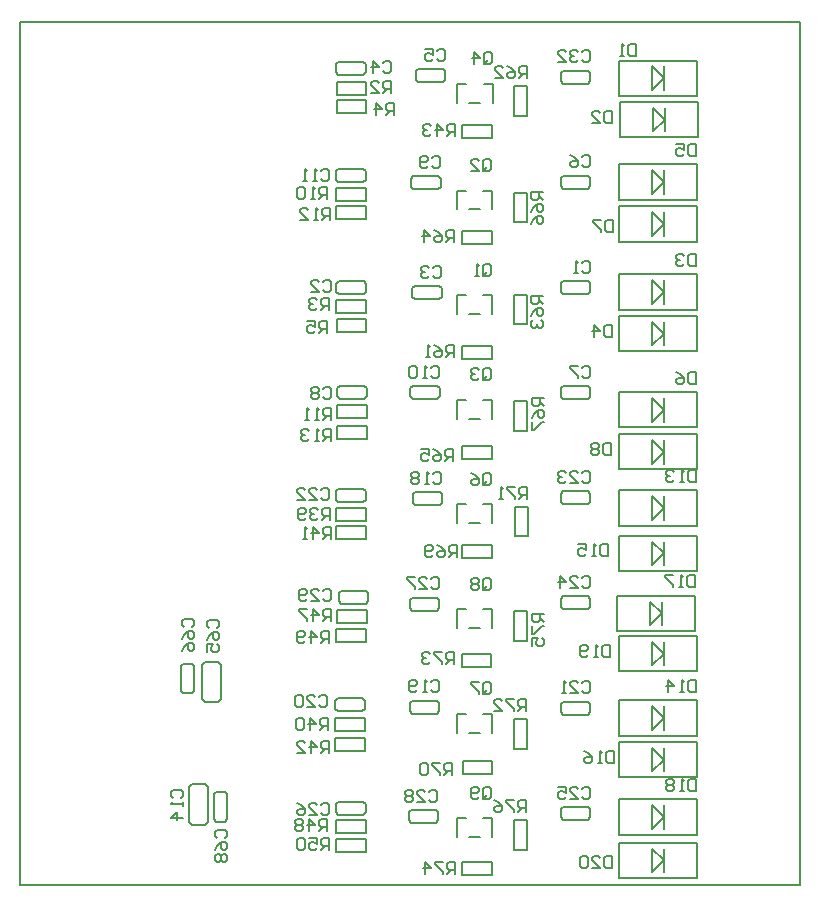
<source format=gbo>
%FSLAX25Y25*%
%MOIN*%
G70*
G01*
G75*
G04 Layer_Color=32896*
%ADD10C,0.01000*%
%ADD11C,0.00800*%
%ADD12C,0.02000*%
%ADD13R,0.02756X0.03347*%
%ADD14R,0.03937X0.05118*%
%ADD15R,0.07874X0.07874*%
%ADD16R,0.17323X0.17323*%
%ADD17R,0.03937X0.00787*%
%ADD18R,0.00787X0.03937*%
%ADD19O,0.02205X0.06870*%
%ADD20R,0.03347X0.02756*%
%ADD21R,0.01181X0.03937*%
%ADD22R,0.05315X0.02559*%
%ADD23R,0.05118X0.03937*%
%ADD24R,0.09543X0.14252*%
%ADD25R,0.03937X0.02362*%
%ADD26O,0.05500X0.02500*%
%ADD27R,0.05500X0.02500*%
%ADD28R,0.05906X0.02500*%
%ADD29C,0.00500*%
%ADD30C,0.09961*%
%ADD31R,0.05906X0.05906*%
%ADD32C,0.05906*%
%ADD33R,0.05906X0.05906*%
%ADD34O,0.03937X0.08268*%
%ADD35C,0.02638*%
%ADD36C,0.06496*%
%ADD37C,0.02000*%
%ADD38C,0.03000*%
%ADD39R,0.02362X0.03937*%
%ADD40R,0.07874X0.07874*%
%ADD41C,0.01181*%
%ADD42C,0.00700*%
%ADD43C,0.00787*%
%ADD44C,0.00600*%
%ADD45R,0.03556X0.04147*%
%ADD46R,0.04737X0.05918*%
%ADD47R,0.08674X0.08674*%
%ADD48R,0.17717X0.17717*%
%ADD49R,0.04331X0.01181*%
%ADD50R,0.01181X0.04331*%
%ADD51O,0.03005X0.07670*%
%ADD52R,0.04147X0.03556*%
%ADD53R,0.01981X0.04737*%
%ADD54R,0.06115X0.03359*%
%ADD55R,0.05918X0.04737*%
%ADD56R,0.10343X0.15052*%
%ADD57R,0.04737X0.03162*%
%ADD58O,0.06300X0.03300*%
%ADD59R,0.06300X0.03300*%
%ADD60R,0.06706X0.03300*%
%ADD61C,0.10761*%
%ADD62R,0.06706X0.06706*%
%ADD63C,0.06706*%
%ADD64R,0.06706X0.06706*%
%ADD65O,0.04737X0.09068*%
%ADD66C,0.03438*%
%ADD67C,0.06890*%
%ADD68R,0.03162X0.04737*%
%ADD69R,0.08674X0.08674*%
D29*
X-128281Y130865D02*
X-120013D01*
X-119226Y127322D02*
Y130078D01*
X-129069Y127322D02*
Y130078D01*
X-128281Y126535D02*
X-120013D01*
X-129069Y127322D02*
X-128281Y126535D01*
X-129069Y130078D02*
X-128281Y130865D01*
X-120013D02*
X-119226Y130078D01*
X-120013Y126535D02*
X-119226Y127322D01*
X-102532Y85540D02*
Y91839D01*
X-114342Y85540D02*
Y91839D01*
X-110209Y85540D02*
X-106665D01*
X-105484Y91839D02*
X-102532D01*
X-114342D02*
X-111390D01*
X-95065Y116126D02*
Y125969D01*
X-90735Y116126D02*
Y125969D01*
X-95065D02*
X-90735D01*
X-95065Y116126D02*
X-90735D01*
X-102532Y120426D02*
Y126725D01*
X-114342Y120426D02*
Y126725D01*
X-110209Y120426D02*
X-106665D01*
X-105484Y126725D02*
X-102532D01*
X-114342D02*
X-111390D01*
X-78881Y131137D02*
X-70613D01*
X-69826Y127594D02*
Y130349D01*
X-79668Y127594D02*
Y130349D01*
X-78881Y126806D02*
X-70613D01*
X-79668Y127594D02*
X-78881Y126806D01*
X-79668Y130349D02*
X-78881Y131137D01*
X-70613D02*
X-69826Y130349D01*
X-70613Y126806D02*
X-69826Y127594D01*
X-78881Y96080D02*
X-70613D01*
X-69826Y92536D02*
Y95292D01*
X-79668Y92536D02*
Y95292D01*
X-78881Y91749D02*
X-70613D01*
X-79668Y92536D02*
X-78881Y91749D01*
X-79668Y95292D02*
X-78881Y96080D01*
X-70613D02*
X-69826Y95292D01*
X-70613Y91749D02*
X-69826Y92536D01*
X-129181Y95665D02*
X-120913D01*
X-120126Y92122D02*
Y94878D01*
X-129969Y92122D02*
Y94878D01*
X-129181Y91335D02*
X-120913D01*
X-129969Y92122D02*
X-129181Y91335D01*
X-129969Y94878D02*
X-129181Y95665D01*
X-120913D02*
X-120126Y94878D01*
X-120913Y91335D02*
X-120126Y92122D01*
X-129581Y24965D02*
X-121313D01*
X-120526Y21422D02*
Y24178D01*
X-130368Y21422D02*
Y24178D01*
X-129581Y20635D02*
X-121313D01*
X-130368Y21422D02*
X-129581Y20635D01*
X-130368Y24178D02*
X-129581Y24965D01*
X-121313D02*
X-120526Y24178D01*
X-121313Y20635D02*
X-120526Y21422D01*
X-78881Y25965D02*
X-70613D01*
X-69826Y22422D02*
Y25178D01*
X-79668Y22422D02*
Y25178D01*
X-78881Y21635D02*
X-70613D01*
X-79668Y22422D02*
X-78881Y21635D01*
X-79668Y25178D02*
X-78881Y25965D01*
X-70613D02*
X-69826Y25178D01*
X-70613Y21635D02*
X-69826Y22422D01*
X-95365Y11626D02*
Y21468D01*
X-91035Y11626D02*
Y21468D01*
X-95365D02*
X-91035D01*
X-95365Y11626D02*
X-91035D01*
X-102532Y15768D02*
Y22068D01*
X-114342Y15768D02*
Y22068D01*
X-110209Y15768D02*
X-106665D01*
X-105484Y22068D02*
X-102532D01*
X-114342D02*
X-111390D01*
X-60318Y16694D02*
Y28506D01*
X-34334D01*
Y16694D02*
Y28506D01*
X-60318Y16694D02*
X-34334D01*
X-49294Y18663D02*
Y26537D01*
X-45357Y18663D02*
Y26537D01*
X-49294Y18663D02*
X-45357Y22600D01*
X-49294Y26537D02*
X-45357Y22600D01*
X-78881Y61023D02*
X-70613D01*
X-69826Y57479D02*
Y60235D01*
X-79668Y57479D02*
Y60235D01*
X-78881Y56692D02*
X-70613D01*
X-79668Y57479D02*
X-78881Y56692D01*
X-79668Y60235D02*
X-78881Y61023D01*
X-70613D02*
X-69826Y60235D01*
X-70613Y56692D02*
X-69826Y57479D01*
X-129181Y61365D02*
X-120913D01*
X-120126Y57822D02*
Y60578D01*
X-129969Y57822D02*
Y60578D01*
X-129181Y57035D02*
X-120913D01*
X-129969Y57822D02*
X-129181Y57035D01*
X-129969Y60578D02*
X-129181Y61365D01*
X-120913D02*
X-120126Y60578D01*
X-120913Y57035D02*
X-120126Y57822D01*
X-95265Y45326D02*
Y55168D01*
X-90935Y45326D02*
Y55168D01*
X-95265D02*
X-90935D01*
X-95265Y45326D02*
X-90935D01*
X-102532Y50654D02*
Y56953D01*
X-114342Y50654D02*
Y56953D01*
X-110209Y50654D02*
X-106665D01*
X-105484Y56953D02*
X-102532D01*
X-114342D02*
X-111390D01*
X-60318Y49595D02*
Y61405D01*
X-34334D01*
Y49595D02*
Y61405D01*
X-60318Y49595D02*
X-34334D01*
X-49294Y51563D02*
Y59437D01*
X-45357Y51563D02*
Y59437D01*
X-49294Y51563D02*
X-45357Y55500D01*
X-49294Y59437D02*
X-45357Y55500D01*
X-60318Y228294D02*
Y240106D01*
X-34334D01*
Y228294D02*
Y240106D01*
X-60318Y228294D02*
X-34334D01*
X-49294Y230263D02*
Y238137D01*
X-45357Y230263D02*
Y238137D01*
X-49294Y230263D02*
X-45357Y234200D01*
X-49294Y238137D02*
X-45357Y234200D01*
X-60318Y191694D02*
Y203505D01*
X-34334D01*
Y191694D02*
Y203505D01*
X-60318Y191694D02*
X-34334D01*
X-49294Y193663D02*
Y201537D01*
X-45357Y193663D02*
Y201537D01*
X-49294Y193663D02*
X-45357Y197600D01*
X-49294Y201537D02*
X-45357Y197600D01*
X-102431Y260668D02*
Y266968D01*
X-114242Y260668D02*
Y266968D01*
X-110109Y260668D02*
X-106565D01*
X-105384Y266968D02*
X-102431D01*
X-114242D02*
X-111290D01*
X-118913Y267535D02*
X-118126Y268322D01*
X-118913Y271865D02*
X-118126Y271078D01*
X-127969D02*
X-127181Y271865D01*
X-127969Y268322D02*
X-127181Y267535D01*
X-118913D01*
X-127969Y268322D02*
Y271078D01*
X-118126Y268322D02*
Y271078D01*
X-127181Y271865D02*
X-118913D01*
X-95165Y256226D02*
Y266069D01*
X-90835Y256226D02*
Y266069D01*
X-95165D02*
X-90835D01*
X-95165Y256226D02*
X-90835D01*
X-70613Y267035D02*
X-69826Y267822D01*
X-70613Y271365D02*
X-69826Y270578D01*
X-79668D02*
X-78881Y271365D01*
X-79668Y267822D02*
X-78881Y267035D01*
X-70613D01*
X-79668Y267822D02*
Y270578D01*
X-69826Y267822D02*
Y270578D01*
X-78881Y271365D02*
X-70613D01*
Y231978D02*
X-69826Y232765D01*
X-70613Y236308D02*
X-69826Y235521D01*
X-79668D02*
X-78881Y236308D01*
X-79668Y232765D02*
X-78881Y231978D01*
X-70613D01*
X-79668Y232765D02*
Y235521D01*
X-69826Y232765D02*
Y235521D01*
X-78881Y236308D02*
X-70613D01*
X-102532Y225083D02*
Y231382D01*
X-114342Y225083D02*
Y231382D01*
X-110209Y225083D02*
X-106665D01*
X-105484Y231382D02*
X-102532D01*
X-114342D02*
X-111390D01*
X-120513Y231735D02*
X-119726Y232522D01*
X-120513Y236065D02*
X-119726Y235278D01*
X-129569D02*
X-128781Y236065D01*
X-129569Y232522D02*
X-128781Y231735D01*
X-120513D01*
X-129569Y232522D02*
Y235278D01*
X-119726Y232522D02*
Y235278D01*
X-128781Y236065D02*
X-120513D01*
X-102532Y190197D02*
Y196496D01*
X-114342Y190197D02*
Y196496D01*
X-110209Y190197D02*
X-106665D01*
X-105484Y196496D02*
X-102532D01*
X-114342D02*
X-111390D01*
X-120113Y195235D02*
X-119326Y196022D01*
X-120113Y199565D02*
X-119326Y198778D01*
X-129168D02*
X-128381Y199565D01*
X-129168Y196022D02*
X-128381Y195235D01*
X-120113D01*
X-129168Y196022D02*
Y198778D01*
X-119326Y196022D02*
Y198778D01*
X-128381Y199565D02*
X-120113D01*
X-70613Y196920D02*
X-69826Y197708D01*
X-70613Y201251D02*
X-69826Y200464D01*
X-79668D02*
X-78881Y201251D01*
X-79668Y197708D02*
X-78881Y196920D01*
X-70613D01*
X-79668Y197708D02*
Y200464D01*
X-69826Y197708D02*
Y200464D01*
X-78881Y201251D02*
X-70613D01*
X-60318Y152394D02*
Y164206D01*
X-34334D01*
Y152394D02*
Y164206D01*
X-60318Y152394D02*
X-34334D01*
X-49294Y154363D02*
Y162237D01*
X-45357Y154363D02*
Y162237D01*
X-49294Y154363D02*
X-45357Y158300D01*
X-49294Y162237D02*
X-45357Y158300D01*
X-102532Y155311D02*
Y161611D01*
X-114342Y155311D02*
Y161611D01*
X-110209Y155311D02*
X-106665D01*
X-105484Y161611D02*
X-102532D01*
X-114342D02*
X-111390D01*
X-120813Y161935D02*
X-120026Y162722D01*
X-120813Y166265D02*
X-120026Y165478D01*
X-129868D02*
X-129081Y166265D01*
X-129868Y162722D02*
X-129081Y161935D01*
X-120813D01*
X-129868Y162722D02*
Y165478D01*
X-120026Y162722D02*
Y165478D01*
X-129081Y166265D02*
X-120813D01*
X-70613Y161863D02*
X-69826Y162651D01*
X-70613Y166194D02*
X-69826Y165407D01*
X-79668D02*
X-78881Y166194D01*
X-79668Y162651D02*
X-78881Y161863D01*
X-70613D01*
X-79668Y162651D02*
Y165407D01*
X-69826Y162651D02*
Y165407D01*
X-78881Y166194D02*
X-70613D01*
X-60318Y119694D02*
Y131506D01*
X-34334D01*
Y119694D02*
Y131506D01*
X-60318Y119694D02*
X-34334D01*
X-49294Y121663D02*
Y129537D01*
X-45357Y121663D02*
Y129537D01*
X-49294Y121663D02*
X-45357Y125600D01*
X-49294Y129537D02*
X-45357Y125600D01*
X-60818Y84495D02*
Y96306D01*
X-34834D01*
Y84495D02*
Y96306D01*
X-60818Y84495D02*
X-34834D01*
X-49795Y86463D02*
Y94337D01*
X-45858Y86463D02*
Y94337D01*
X-49795Y86463D02*
X-45858Y90400D01*
X-49795Y94337D02*
X-45858Y90400D01*
X-60218Y262895D02*
Y274706D01*
X-34234D01*
Y262895D02*
Y274706D01*
X-60218Y262895D02*
X-34234D01*
X-49194Y264863D02*
Y272737D01*
X-45257Y264863D02*
Y272737D01*
X-49194Y264863D02*
X-45257Y268800D01*
X-49194Y272737D02*
X-45257Y268800D01*
X-59918Y249095D02*
Y260906D01*
X-33934D01*
Y249095D02*
Y260906D01*
X-59918Y249095D02*
X-33934D01*
X-48895Y251063D02*
Y258937D01*
X-44958Y251063D02*
Y258937D01*
X-48895Y251063D02*
X-44958Y255000D01*
X-48895Y258937D02*
X-44958Y255000D01*
X-60318Y214295D02*
Y226105D01*
X-34334D01*
Y214295D02*
Y226105D01*
X-60318Y214295D02*
X-34334D01*
X-49294Y216263D02*
Y224137D01*
X-45357Y216263D02*
Y224137D01*
X-49294Y216263D02*
X-45357Y220200D01*
X-49294Y224137D02*
X-45357Y220200D01*
X-60318Y177795D02*
Y189605D01*
X-34334D01*
Y177795D02*
Y189605D01*
X-60318Y177795D02*
X-34334D01*
X-49294Y179763D02*
Y187637D01*
X-45357Y179763D02*
Y187637D01*
X-49294Y179763D02*
X-45357Y183700D01*
X-49294Y187637D02*
X-45357Y183700D01*
X-60318Y138394D02*
Y150206D01*
X-34334D01*
Y138394D02*
Y150206D01*
X-60318Y138394D02*
X-34334D01*
X-49294Y140363D02*
Y148237D01*
X-45357Y140363D02*
Y148237D01*
X-49294Y140363D02*
X-45357Y144300D01*
X-49294Y148237D02*
X-45357Y144300D01*
X-60318Y104495D02*
Y116305D01*
X-34334D01*
Y104495D02*
Y116305D01*
X-60318Y104495D02*
X-34334D01*
X-49294Y106463D02*
Y114337D01*
X-45357Y106463D02*
Y114337D01*
X-49294Y106463D02*
X-45357Y110400D01*
X-49294Y114337D02*
X-45357Y110400D01*
X-60318Y71095D02*
Y82906D01*
X-34334D01*
Y71095D02*
Y82906D01*
X-60318Y71095D02*
X-34334D01*
X-49294Y73063D02*
Y80937D01*
X-45357Y73063D02*
Y80937D01*
X-49294Y73063D02*
X-45357Y77000D01*
X-49294Y80937D02*
X-45357Y77000D01*
X-60318Y35794D02*
Y47605D01*
X-34334D01*
Y35794D02*
Y47605D01*
X-60318Y35794D02*
X-34334D01*
X-49294Y37763D02*
Y45637D01*
X-45357Y37763D02*
Y45637D01*
X-49294Y37763D02*
X-45357Y41700D01*
X-49294Y45637D02*
X-45357Y41700D01*
X-60318Y2194D02*
Y14006D01*
X-34334D01*
Y2194D02*
Y14006D01*
X-60318Y2194D02*
X-34334D01*
X-49294Y4163D02*
Y12037D01*
X-45357Y4163D02*
Y12037D01*
X-49294Y4163D02*
X-45357Y8100D01*
X-49294Y12037D02*
X-45357Y8100D01*
X-112469Y3335D02*
X-102626D01*
X-112469Y7665D02*
X-102626D01*
X-112469Y3335D02*
Y7665D01*
X-102626Y3335D02*
Y7665D01*
X-112369Y36735D02*
X-102526D01*
X-112369Y41065D02*
X-102526D01*
X-112369Y36735D02*
Y41065D01*
X-102526Y36735D02*
Y41065D01*
X-153781Y27665D02*
X-145513D01*
X-144726Y24122D02*
Y26878D01*
X-154569Y24122D02*
Y26878D01*
X-153781Y23335D02*
X-145513D01*
X-154569Y24122D02*
X-153781Y23335D01*
X-154569Y26878D02*
X-153781Y27665D01*
X-145513D02*
X-144726Y26878D01*
X-145513Y23335D02*
X-144726Y24122D01*
X-154569Y17335D02*
X-144726D01*
X-154569Y21665D02*
X-144726D01*
X-154569Y17335D02*
Y21665D01*
X-144726Y17335D02*
Y21665D01*
X-154569Y10735D02*
X-144726D01*
X-154569Y15065D02*
X-144726D01*
X-154569Y10735D02*
Y15065D01*
X-144726Y10735D02*
Y15065D01*
X-154868Y44635D02*
X-145026D01*
X-154868Y48965D02*
X-145026D01*
X-154868Y44635D02*
Y48965D01*
X-145026Y44635D02*
Y48965D01*
X-154868Y51335D02*
X-145026D01*
X-154868Y55665D02*
X-145026D01*
X-154868Y51335D02*
Y55665D01*
X-145026Y51335D02*
Y55665D01*
X-154081Y62065D02*
X-145813D01*
X-145026Y58522D02*
Y61278D01*
X-154868Y58522D02*
Y61278D01*
X-154081Y57735D02*
X-145813D01*
X-154868Y58522D02*
X-154081Y57735D01*
X-154868Y61278D02*
X-154081Y62065D01*
X-145813D02*
X-145026Y61278D01*
X-145813Y57735D02*
X-145026Y58522D01*
X-112669Y72635D02*
X-102826D01*
X-112669Y76965D02*
X-102826D01*
X-112669Y72635D02*
Y76965D01*
X-102826Y72635D02*
Y76965D01*
X-154569Y80835D02*
X-144726D01*
X-154569Y85165D02*
X-144726D01*
X-154569Y80835D02*
Y85165D01*
X-144726Y80835D02*
Y85165D01*
X-154269Y87135D02*
X-144426D01*
X-154269Y91465D02*
X-144426D01*
X-154269Y87135D02*
Y91465D01*
X-144426Y87135D02*
Y91465D01*
X-152881Y97965D02*
X-144613D01*
X-143826Y94422D02*
Y97178D01*
X-153668Y94422D02*
Y97178D01*
X-152881Y93635D02*
X-144613D01*
X-153668Y94422D02*
X-152881Y93635D01*
X-153668Y97178D02*
X-152881Y97965D01*
X-144613D02*
X-143826Y97178D01*
X-144613Y93635D02*
X-143826Y94422D01*
X-95165Y81226D02*
Y91069D01*
X-90835Y81226D02*
Y91069D01*
X-95165D02*
X-90835D01*
X-95165Y81226D02*
X-90835D01*
X-112469Y108735D02*
X-102626D01*
X-112469Y113065D02*
X-102626D01*
X-112469Y108735D02*
Y113065D01*
X-102626Y108735D02*
Y113065D01*
X-154469Y115135D02*
X-144626D01*
X-154469Y119465D02*
X-144626D01*
X-154469Y115135D02*
Y119465D01*
X-144626Y115135D02*
Y119465D01*
X-154569Y121335D02*
X-144726D01*
X-154569Y125665D02*
X-144726D01*
X-154569Y121335D02*
Y125665D01*
X-144726Y121335D02*
Y125665D01*
X-153781Y131865D02*
X-145513D01*
X-144726Y128322D02*
Y131078D01*
X-154569Y128322D02*
Y131078D01*
X-153781Y127535D02*
X-145513D01*
X-154569Y128322D02*
X-153781Y127535D01*
X-154569Y131078D02*
X-153781Y131865D01*
X-145513D02*
X-144726Y131078D01*
X-145513Y127535D02*
X-144726Y128322D01*
X-112469Y141835D02*
X-102626D01*
X-112469Y146165D02*
X-102626D01*
X-112469Y141835D02*
Y146165D01*
X-102626Y141835D02*
Y146165D01*
X-144332Y148635D02*
Y152965D01*
X-154174Y148635D02*
Y152965D01*
X-144332D01*
X-154174Y148635D02*
X-144332D01*
Y155535D02*
Y159865D01*
X-154174Y155535D02*
Y159865D01*
X-144332D01*
X-154174Y155535D02*
X-144332D01*
X-145119Y161935D02*
X-144332Y162722D01*
X-145119Y166265D02*
X-144332Y165478D01*
X-154174D02*
X-153387Y166265D01*
X-154174Y162722D02*
X-153387Y161935D01*
X-145119D01*
X-154174Y162722D02*
Y165478D01*
X-144332Y162722D02*
Y165478D01*
X-153387Y166265D02*
X-145119D01*
X-95165Y151226D02*
Y161068D01*
X-90835Y151226D02*
Y161068D01*
X-95165D02*
X-90835D01*
X-95165Y151226D02*
X-90835D01*
X-112469Y175235D02*
X-102626D01*
X-112469Y179565D02*
X-102626D01*
X-112469Y175235D02*
Y179565D01*
X-102626Y175235D02*
Y179565D01*
X-144526Y184235D02*
Y188565D01*
X-154368Y184235D02*
Y188565D01*
X-144526D01*
X-154368Y184235D02*
X-144526D01*
X-144726Y190535D02*
Y194865D01*
X-154569Y190535D02*
Y194865D01*
X-144726D01*
X-154569Y190535D02*
X-144726D01*
X-145413Y196835D02*
X-144626Y197622D01*
X-145413Y201165D02*
X-144626Y200378D01*
X-154469D02*
X-153681Y201165D01*
X-154469Y197622D02*
X-153681Y196835D01*
X-145413D01*
X-154469Y197622D02*
Y200378D01*
X-144626Y197622D02*
Y200378D01*
X-153681Y201165D02*
X-145413D01*
X-95265Y186726D02*
Y196569D01*
X-90935Y186726D02*
Y196569D01*
X-95265D02*
X-90935D01*
X-95265Y186726D02*
X-90935D01*
X-112469Y213535D02*
X-102626D01*
X-112469Y217865D02*
X-102626D01*
X-112469Y213535D02*
Y217865D01*
X-102626Y213535D02*
Y217865D01*
X-144726Y221935D02*
Y226265D01*
X-154569Y221935D02*
Y226265D01*
X-144726D01*
X-154569Y221935D02*
X-144726D01*
Y227935D02*
Y232265D01*
X-154569Y227935D02*
Y232265D01*
X-144726D01*
X-154569Y227935D02*
X-144726D01*
X-145513Y234235D02*
X-144726Y235022D01*
X-145513Y238565D02*
X-144726Y237778D01*
X-154569D02*
X-153781Y238565D01*
X-154569Y235022D02*
X-153781Y234235D01*
X-145513D01*
X-154569Y235022D02*
Y237778D01*
X-144726Y235022D02*
Y237778D01*
X-153781Y238565D02*
X-145513D01*
X-95365Y220826D02*
Y230668D01*
X-91035Y220826D02*
Y230668D01*
X-95365D02*
X-91035D01*
X-95365Y220826D02*
X-91035D01*
X-112469Y248835D02*
X-102626D01*
X-112469Y253165D02*
X-102626D01*
X-112469Y248835D02*
Y253165D01*
X-102626Y248835D02*
Y253165D01*
X-144526Y257135D02*
Y261465D01*
X-154368Y257135D02*
Y261465D01*
X-144526D01*
X-154368Y257135D02*
X-144526D01*
Y263335D02*
Y267665D01*
X-154368Y263335D02*
Y267665D01*
X-144526D01*
X-154368Y263335D02*
X-144526D01*
X-145513Y269935D02*
X-144726Y270722D01*
X-145513Y274265D02*
X-144726Y273478D01*
X-154569D02*
X-153781Y274265D01*
X-154569Y270722D02*
X-153781Y269935D01*
X-145513D01*
X-154569Y270722D02*
Y273478D01*
X-144726Y270722D02*
Y273478D01*
X-153781Y274265D02*
X-145513D01*
X-192850Y61954D02*
Y73372D01*
X-198165Y60970D02*
X-193835D01*
X-199150Y61954D02*
Y73372D01*
X-198165Y74356D02*
X-193835D01*
X-199150Y73372D02*
X-198165Y74356D01*
X-193835D02*
X-192850Y73372D01*
X-199150Y61954D02*
X-198165Y60970D01*
X-192850Y61954D02*
X-192850D01*
X-193835Y60970D02*
X-192850Y61954D01*
X-206265Y64613D02*
X-205478Y63826D01*
X-202722D02*
X-201935Y64613D01*
X-202722Y73668D02*
X-201935Y72881D01*
X-206265D02*
X-205478Y73668D01*
X-206265Y64613D02*
Y72881D01*
X-205478Y73668D02*
X-202722D01*
X-205478Y63826D02*
X-202722D01*
X-201935Y64613D02*
Y72881D01*
X-203550Y21028D02*
Y32446D01*
X-202565Y33430D02*
X-198235D01*
X-197250Y21028D02*
Y32446D01*
X-202565Y20044D02*
X-198235D01*
X-197250Y21028D01*
X-203550Y21028D02*
X-202565Y20044D01*
X-198235Y33430D02*
X-197250Y32446D01*
X-203550D02*
X-203550D01*
X-202565Y33430D01*
X-191722Y30874D02*
X-190935Y30087D01*
X-195265D02*
X-194478Y30874D01*
X-195265Y21819D02*
X-194478Y21032D01*
X-191722D02*
X-190935Y21819D01*
Y30087D01*
X-194478Y21032D02*
X-191722D01*
X-194478Y30874D02*
X-191722D01*
X-195265Y21819D02*
Y30087D01*
X-91300Y24200D02*
Y28199D01*
X-93299D01*
X-93966Y27532D01*
Y26199D01*
X-93299Y25533D01*
X-91300D01*
X-92633D02*
X-93966Y24200D01*
X-95299Y28199D02*
X-97965D01*
Y27532D01*
X-95299Y24867D01*
Y24200D01*
X-101963Y28199D02*
X-100630Y27532D01*
X-99297Y26199D01*
Y24867D01*
X-99964Y24200D01*
X-101297D01*
X-101963Y24867D01*
Y25533D01*
X-101297Y26199D01*
X-99297D01*
X-85400Y90200D02*
X-89399D01*
Y88201D01*
X-88732Y87534D01*
X-87399D01*
X-86733Y88201D01*
Y90200D01*
Y88867D02*
X-85400Y87534D01*
X-89399Y86201D02*
Y83535D01*
X-88732D01*
X-86066Y86201D01*
X-85400D01*
X-89399Y79537D02*
Y82203D01*
X-87399D01*
X-88066Y80870D01*
Y80203D01*
X-87399Y79537D01*
X-86066D01*
X-85400Y80203D01*
Y81536D01*
X-86066Y82203D01*
X-114800Y3500D02*
Y7499D01*
X-116799D01*
X-117466Y6832D01*
Y5499D01*
X-116799Y4833D01*
X-114800D01*
X-116133D02*
X-117466Y3500D01*
X-118799Y7499D02*
X-121465D01*
Y6832D01*
X-118799Y4166D01*
Y3500D01*
X-124797D02*
Y7499D01*
X-122797Y5499D01*
X-125463D01*
X-115316Y73600D02*
Y77599D01*
X-117316D01*
X-117982Y76932D01*
Y75599D01*
X-117316Y74933D01*
X-115316D01*
X-116649D02*
X-117982Y73600D01*
X-119315Y77599D02*
X-121981D01*
Y76932D01*
X-119315Y74266D01*
Y73600D01*
X-123314Y76932D02*
X-123980Y77599D01*
X-125313D01*
X-125980Y76932D01*
Y76266D01*
X-125313Y75599D01*
X-124647D01*
X-125313D01*
X-125980Y74933D01*
Y74266D01*
X-125313Y73600D01*
X-123980D01*
X-123314Y74266D01*
X-91200Y57900D02*
Y61899D01*
X-93199D01*
X-93866Y61232D01*
Y59899D01*
X-93199Y59233D01*
X-91200D01*
X-92533D02*
X-93866Y57900D01*
X-95199Y61899D02*
X-97865D01*
Y61232D01*
X-95199Y58566D01*
Y57900D01*
X-101863D02*
X-99197D01*
X-101863Y60566D01*
Y61232D01*
X-101197Y61899D01*
X-99864D01*
X-99197Y61232D01*
X-91000Y128700D02*
Y132699D01*
X-92999D01*
X-93666Y132032D01*
Y130699D01*
X-92999Y130033D01*
X-91000D01*
X-92333D02*
X-93666Y128700D01*
X-94999Y132699D02*
X-97664D01*
Y132032D01*
X-94999Y129367D01*
Y128700D01*
X-98997D02*
X-100330D01*
X-99664D01*
Y132699D01*
X-98997Y132032D01*
X-115826Y36600D02*
Y40599D01*
X-117825D01*
X-118492Y39932D01*
Y38599D01*
X-117825Y37933D01*
X-115826D01*
X-117159D02*
X-118492Y36600D01*
X-119825Y40599D02*
X-122491D01*
Y39932D01*
X-119825Y37266D01*
Y36600D01*
X-123823Y39932D02*
X-124490Y40599D01*
X-125823D01*
X-126489Y39932D01*
Y37266D01*
X-125823Y36600D01*
X-124490D01*
X-123823Y37266D01*
Y39932D01*
X-114300Y109100D02*
Y113099D01*
X-116299D01*
X-116966Y112432D01*
Y111099D01*
X-116299Y110433D01*
X-114300D01*
X-115633D02*
X-116966Y109100D01*
X-120965Y113099D02*
X-119632Y112432D01*
X-118299Y111099D01*
Y109766D01*
X-118965Y109100D01*
X-120298D01*
X-120965Y109766D01*
Y110433D01*
X-120298Y111099D01*
X-118299D01*
X-122297Y109766D02*
X-122964Y109100D01*
X-124297D01*
X-124963Y109766D01*
Y112432D01*
X-124297Y113099D01*
X-122964D01*
X-122297Y112432D01*
Y111766D01*
X-122964Y111099D01*
X-124963D01*
X-85400Y162200D02*
X-89399D01*
Y160201D01*
X-88732Y159534D01*
X-87399D01*
X-86733Y160201D01*
Y162200D01*
Y160867D02*
X-85400Y159534D01*
X-89399Y155535D02*
X-88732Y156868D01*
X-87399Y158201D01*
X-86066D01*
X-85400Y157535D01*
Y156202D01*
X-86066Y155535D01*
X-86733D01*
X-87399Y156202D01*
Y158201D01*
X-89399Y154203D02*
Y151537D01*
X-88732D01*
X-86066Y154203D01*
X-85400D01*
X-85600Y230900D02*
X-89599D01*
Y228901D01*
X-88932Y228234D01*
X-87599D01*
X-86933Y228901D01*
Y230900D01*
Y229567D02*
X-85600Y228234D01*
X-89599Y224236D02*
X-88932Y225568D01*
X-87599Y226901D01*
X-86266D01*
X-85600Y226235D01*
Y224902D01*
X-86266Y224236D01*
X-86933D01*
X-87599Y224902D01*
Y226901D01*
X-89599Y220237D02*
X-88932Y221570D01*
X-87599Y222903D01*
X-86266D01*
X-85600Y222236D01*
Y220903D01*
X-86266Y220237D01*
X-86933D01*
X-87599Y220903D01*
Y222903D01*
X-115516Y141298D02*
Y145296D01*
X-117516D01*
X-118182Y144630D01*
Y143297D01*
X-117516Y142631D01*
X-115516D01*
X-116849D02*
X-118182Y141298D01*
X-122181Y145296D02*
X-120848Y144630D01*
X-119515Y143297D01*
Y141964D01*
X-120182Y141298D01*
X-121515D01*
X-122181Y141964D01*
Y142631D01*
X-121515Y143297D01*
X-119515D01*
X-126180Y145296D02*
X-123514D01*
Y143297D01*
X-124847Y143963D01*
X-125513D01*
X-126180Y143297D01*
Y141964D01*
X-125513Y141298D01*
X-124180D01*
X-123514Y141964D01*
X-115217Y214202D02*
Y218201D01*
X-117216D01*
X-117882Y217535D01*
Y216202D01*
X-117216Y215535D01*
X-115217D01*
X-116549D02*
X-117882Y214202D01*
X-121881Y218201D02*
X-120548Y217535D01*
X-119215Y216202D01*
Y214869D01*
X-119882Y214202D01*
X-121215D01*
X-121881Y214869D01*
Y215535D01*
X-121215Y216202D01*
X-119215D01*
X-125213Y214202D02*
Y218201D01*
X-123214Y216202D01*
X-125880D01*
X-85500Y196100D02*
X-89499D01*
Y194101D01*
X-88832Y193434D01*
X-87499D01*
X-86833Y194101D01*
Y196100D01*
Y194767D02*
X-85500Y193434D01*
X-89499Y189436D02*
X-88832Y190768D01*
X-87499Y192101D01*
X-86166D01*
X-85500Y191435D01*
Y190102D01*
X-86166Y189436D01*
X-86833D01*
X-87499Y190102D01*
Y192101D01*
X-88832Y188103D02*
X-89499Y187436D01*
Y186103D01*
X-88832Y185437D01*
X-88166D01*
X-87499Y186103D01*
Y186770D01*
Y186103D01*
X-86833Y185437D01*
X-86166D01*
X-85500Y186103D01*
Y187436D01*
X-86166Y188103D01*
X-91100Y268800D02*
Y272799D01*
X-93099D01*
X-93766Y272132D01*
Y270799D01*
X-93099Y270133D01*
X-91100D01*
X-92433D02*
X-93766Y268800D01*
X-97764Y272799D02*
X-96432Y272132D01*
X-95099Y270799D01*
Y269466D01*
X-95765Y268800D01*
X-97098D01*
X-97764Y269466D01*
Y270133D01*
X-97098Y270799D01*
X-95099D01*
X-101763Y268800D02*
X-99097D01*
X-101763Y271466D01*
Y272132D01*
X-101097Y272799D01*
X-99764D01*
X-99097Y272132D01*
X-115217Y175751D02*
Y179750D01*
X-117216D01*
X-117882Y179083D01*
Y177750D01*
X-117216Y177084D01*
X-115217D01*
X-116549D02*
X-117882Y175751D01*
X-121881Y179750D02*
X-120548Y179083D01*
X-119215Y177750D01*
Y176418D01*
X-119882Y175751D01*
X-121215D01*
X-121881Y176418D01*
Y177084D01*
X-121215Y177750D01*
X-119215D01*
X-123214Y175751D02*
X-124547D01*
X-123880D01*
Y179750D01*
X-123214Y179083D01*
X-156800Y11600D02*
Y15599D01*
X-158799D01*
X-159466Y14932D01*
Y13599D01*
X-158799Y12933D01*
X-156800D01*
X-158133D02*
X-159466Y11600D01*
X-163464Y15599D02*
X-160799D01*
Y13599D01*
X-162132Y14266D01*
X-162798D01*
X-163464Y13599D01*
Y12267D01*
X-162798Y11600D01*
X-161465D01*
X-160799Y12267D01*
X-164797Y14932D02*
X-165464Y15599D01*
X-166797D01*
X-167463Y14932D01*
Y12267D01*
X-166797Y11600D01*
X-165464D01*
X-164797Y12267D01*
Y14932D01*
X-156900Y80700D02*
Y84699D01*
X-158899D01*
X-159566Y84032D01*
Y82699D01*
X-158899Y82033D01*
X-156900D01*
X-158233D02*
X-159566Y80700D01*
X-162898D02*
Y84699D01*
X-160899Y82699D01*
X-163565D01*
X-164897Y81366D02*
X-165564Y80700D01*
X-166897D01*
X-167563Y81366D01*
Y84032D01*
X-166897Y84699D01*
X-165564D01*
X-164897Y84032D01*
Y83366D01*
X-165564Y82699D01*
X-167563D01*
X-157500Y17800D02*
Y21799D01*
X-159499D01*
X-160166Y21132D01*
Y19799D01*
X-159499Y19133D01*
X-157500D01*
X-158833D02*
X-160166Y17800D01*
X-163498D02*
Y21799D01*
X-161499Y19799D01*
X-164164D01*
X-165497Y21132D02*
X-166164Y21799D01*
X-167497D01*
X-168163Y21132D01*
Y20466D01*
X-167497Y19799D01*
X-168163Y19133D01*
Y18466D01*
X-167497Y17800D01*
X-166164D01*
X-165497Y18466D01*
Y19133D01*
X-166164Y19799D01*
X-165497Y20466D01*
Y21132D01*
X-166164Y19799D02*
X-167497D01*
X-156400Y87800D02*
Y91799D01*
X-158399D01*
X-159066Y91132D01*
Y89799D01*
X-158399Y89133D01*
X-156400D01*
X-157733D02*
X-159066Y87800D01*
X-162398D02*
Y91799D01*
X-160399Y89799D01*
X-163065D01*
X-164397Y91799D02*
X-167063D01*
Y91132D01*
X-164397Y88466D01*
Y87800D01*
X-115016Y249502D02*
Y253501D01*
X-117016D01*
X-117682Y252835D01*
Y251502D01*
X-117016Y250835D01*
X-115016D01*
X-116349D02*
X-117682Y249502D01*
X-121015D02*
Y253501D01*
X-119015Y251502D01*
X-121681D01*
X-123014Y252835D02*
X-123680Y253501D01*
X-125013D01*
X-125680Y252835D01*
Y252168D01*
X-125013Y251502D01*
X-124347D01*
X-125013D01*
X-125680Y250835D01*
Y250169D01*
X-125013Y249502D01*
X-123680D01*
X-123014Y250169D01*
X-157000Y44000D02*
Y47999D01*
X-158999D01*
X-159666Y47332D01*
Y45999D01*
X-158999Y45333D01*
X-157000D01*
X-158333D02*
X-159666Y44000D01*
X-162998D02*
Y47999D01*
X-160999Y45999D01*
X-163664D01*
X-167663Y44000D02*
X-164997D01*
X-167663Y46666D01*
Y47332D01*
X-166997Y47999D01*
X-165664D01*
X-164997Y47332D01*
X-156400Y115300D02*
Y119299D01*
X-158399D01*
X-159066Y118632D01*
Y117299D01*
X-158399Y116633D01*
X-156400D01*
X-157733D02*
X-159066Y115300D01*
X-162398D02*
Y119299D01*
X-160399Y117299D01*
X-163065D01*
X-164397Y115300D02*
X-165730D01*
X-165064D01*
Y119299D01*
X-164397Y118632D01*
X-157110Y51593D02*
Y55592D01*
X-159110D01*
X-159776Y54925D01*
Y53592D01*
X-159110Y52926D01*
X-157110D01*
X-158443D02*
X-159776Y51593D01*
X-163108D02*
Y55592D01*
X-161109Y53592D01*
X-163775D01*
X-165108Y54925D02*
X-165774Y55592D01*
X-167107D01*
X-167774Y54925D01*
Y52259D01*
X-167107Y51593D01*
X-165774D01*
X-165108Y52259D01*
Y54925D01*
X-156596Y121574D02*
Y125572D01*
X-158595D01*
X-159262Y124906D01*
Y123573D01*
X-158595Y122906D01*
X-156596D01*
X-157929D02*
X-159262Y121574D01*
X-160595Y124906D02*
X-161261Y125572D01*
X-162594D01*
X-163260Y124906D01*
Y124239D01*
X-162594Y123573D01*
X-161928D01*
X-162594D01*
X-163260Y122906D01*
Y122240D01*
X-162594Y121574D01*
X-161261D01*
X-160595Y122240D01*
X-164593D02*
X-165260Y121574D01*
X-166593D01*
X-167259Y122240D01*
Y124906D01*
X-166593Y125572D01*
X-165260D01*
X-164593Y124906D01*
Y124239D01*
X-165260Y123573D01*
X-167259D01*
X-105466Y29166D02*
Y31832D01*
X-104799Y32499D01*
X-103466D01*
X-102800Y31832D01*
Y29166D01*
X-103466Y28500D01*
X-104799D01*
X-104133Y29833D02*
X-105466Y28500D01*
X-104799D02*
X-105466Y29166D01*
X-106799D02*
X-107465Y28500D01*
X-108798D01*
X-109465Y29166D01*
Y31832D01*
X-108798Y32499D01*
X-107465D01*
X-106799Y31832D01*
Y31166D01*
X-107465Y30499D01*
X-109465D01*
X-105466Y98966D02*
Y101632D01*
X-104799Y102299D01*
X-103466D01*
X-102800Y101632D01*
Y98966D01*
X-103466Y98300D01*
X-104799D01*
X-104133Y99633D02*
X-105466Y98300D01*
X-104799D02*
X-105466Y98966D01*
X-106799Y101632D02*
X-107465Y102299D01*
X-108798D01*
X-109465Y101632D01*
Y100966D01*
X-108798Y100299D01*
X-109465Y99633D01*
Y98966D01*
X-108798Y98300D01*
X-107465D01*
X-106799Y98966D01*
Y99633D01*
X-107465Y100299D01*
X-106799Y100966D01*
Y101632D01*
X-107465Y100299D02*
X-108798D01*
X-105466Y64066D02*
Y66732D01*
X-104799Y67399D01*
X-103466D01*
X-102800Y66732D01*
Y64066D01*
X-103466Y63400D01*
X-104799D01*
X-104133Y64733D02*
X-105466Y63400D01*
X-104799D02*
X-105466Y64066D01*
X-106799Y67399D02*
X-109465D01*
Y66732D01*
X-106799Y64066D01*
Y63400D01*
X-105466Y133867D02*
Y136532D01*
X-104799Y137199D01*
X-103466D01*
X-102800Y136532D01*
Y133867D01*
X-103466Y133200D01*
X-104799D01*
X-104133Y134533D02*
X-105466Y133200D01*
X-104799D02*
X-105466Y133867D01*
X-109465Y137199D02*
X-108132Y136532D01*
X-106799Y135199D01*
Y133867D01*
X-107465Y133200D01*
X-108798D01*
X-109465Y133867D01*
Y134533D01*
X-108798Y135199D01*
X-106799D01*
X-62700Y9699D02*
Y5700D01*
X-64699D01*
X-65366Y6366D01*
Y9032D01*
X-64699Y9699D01*
X-62700D01*
X-69365Y5700D02*
X-66699D01*
X-69365Y8366D01*
Y9032D01*
X-68698Y9699D01*
X-67365D01*
X-66699Y9032D01*
X-70697D02*
X-71364Y9699D01*
X-72697D01*
X-73363Y9032D01*
Y6366D01*
X-72697Y5700D01*
X-71364D01*
X-70697Y6366D01*
Y9032D01*
X-63300Y79899D02*
Y75900D01*
X-65299D01*
X-65966Y76566D01*
Y79232D01*
X-65299Y79899D01*
X-63300D01*
X-67299Y75900D02*
X-68632D01*
X-67965D01*
Y79899D01*
X-67299Y79232D01*
X-70631Y76566D02*
X-71297Y75900D01*
X-72630D01*
X-73297Y76566D01*
Y79232D01*
X-72630Y79899D01*
X-71297D01*
X-70631Y79232D01*
Y78566D01*
X-71297Y77899D01*
X-73297D01*
X-34600Y35299D02*
Y31300D01*
X-36599D01*
X-37266Y31966D01*
Y34632D01*
X-36599Y35299D01*
X-34600D01*
X-38599Y31300D02*
X-39932D01*
X-39265D01*
Y35299D01*
X-38599Y34632D01*
X-41931D02*
X-42597Y35299D01*
X-43930D01*
X-44597Y34632D01*
Y33966D01*
X-43930Y33299D01*
X-44597Y32633D01*
Y31966D01*
X-43930Y31300D01*
X-42597D01*
X-41931Y31966D01*
Y32633D01*
X-42597Y33299D01*
X-41931Y33966D01*
Y34632D01*
X-42597Y33299D02*
X-43930D01*
X-35100Y103099D02*
Y99100D01*
X-37099D01*
X-37766Y99766D01*
Y102432D01*
X-37099Y103099D01*
X-35100D01*
X-39099Y99100D02*
X-40432D01*
X-39765D01*
Y103099D01*
X-39099Y102432D01*
X-42431Y103099D02*
X-45097D01*
Y102432D01*
X-42431Y99766D01*
Y99100D01*
X-61900Y44499D02*
Y40500D01*
X-63899D01*
X-64566Y41166D01*
Y43832D01*
X-63899Y44499D01*
X-61900D01*
X-65899Y40500D02*
X-67232D01*
X-66565D01*
Y44499D01*
X-65899Y43832D01*
X-71897Y44499D02*
X-70564Y43832D01*
X-69231Y42499D01*
Y41166D01*
X-69897Y40500D01*
X-71230D01*
X-71897Y41166D01*
Y41833D01*
X-71230Y42499D01*
X-69231D01*
X-63800Y113499D02*
Y109500D01*
X-65799D01*
X-66466Y110167D01*
Y112832D01*
X-65799Y113499D01*
X-63800D01*
X-67799Y109500D02*
X-69132D01*
X-68465D01*
Y113499D01*
X-67799Y112832D01*
X-73797Y113499D02*
X-71131D01*
Y111499D01*
X-72464Y112166D01*
X-73130D01*
X-73797Y111499D01*
Y110167D01*
X-73130Y109500D01*
X-71797D01*
X-71131Y110167D01*
X-34600Y68199D02*
Y64200D01*
X-36599D01*
X-37266Y64866D01*
Y67532D01*
X-36599Y68199D01*
X-34600D01*
X-38599Y64200D02*
X-39932D01*
X-39265D01*
Y68199D01*
X-38599Y67532D01*
X-43930Y64200D02*
Y68199D01*
X-41931Y66199D01*
X-44597D01*
X-34600Y138299D02*
Y134300D01*
X-36599D01*
X-37266Y134967D01*
Y137632D01*
X-36599Y138299D01*
X-34600D01*
X-38599Y134300D02*
X-39932D01*
X-39265D01*
Y138299D01*
X-38599Y137632D01*
X-41931D02*
X-42597Y138299D01*
X-43930D01*
X-44597Y137632D01*
Y136966D01*
X-43930Y136299D01*
X-43264D01*
X-43930D01*
X-44597Y135633D01*
Y134967D01*
X-43930Y134300D01*
X-42597D01*
X-41931Y134967D01*
X-159066Y97832D02*
X-158399Y98499D01*
X-157067D01*
X-156400Y97832D01*
Y95166D01*
X-157067Y94500D01*
X-158399D01*
X-159066Y95166D01*
X-163065Y94500D02*
X-160399D01*
X-163065Y97166D01*
Y97832D01*
X-162398Y98499D01*
X-161065D01*
X-160399Y97832D01*
X-164397Y95166D02*
X-165064Y94500D01*
X-166397D01*
X-167063Y95166D01*
Y97832D01*
X-166397Y98499D01*
X-165064D01*
X-164397Y97832D01*
Y97166D01*
X-165064Y96499D01*
X-167063D01*
X-123466Y31032D02*
X-122799Y31699D01*
X-121467D01*
X-120800Y31032D01*
Y28366D01*
X-121467Y27700D01*
X-122799D01*
X-123466Y28366D01*
X-127464Y27700D02*
X-124799D01*
X-127464Y30366D01*
Y31032D01*
X-126798Y31699D01*
X-125465D01*
X-124799Y31032D01*
X-128797D02*
X-129464Y31699D01*
X-130797D01*
X-131463Y31032D01*
Y30366D01*
X-130797Y29699D01*
X-131463Y29033D01*
Y28366D01*
X-130797Y27700D01*
X-129464D01*
X-128797Y28366D01*
Y29033D01*
X-129464Y29699D01*
X-128797Y30366D01*
Y31032D01*
X-129464Y29699D02*
X-130797D01*
X-123066Y101732D02*
X-122399Y102399D01*
X-121066D01*
X-120400Y101732D01*
Y99066D01*
X-121066Y98400D01*
X-122399D01*
X-123066Y99066D01*
X-127065Y98400D02*
X-124399D01*
X-127065Y101066D01*
Y101732D01*
X-126398Y102399D01*
X-125065D01*
X-124399Y101732D01*
X-128397Y102399D02*
X-131063D01*
Y101732D01*
X-128397Y99066D01*
Y98400D01*
X-159666Y26632D02*
X-158999Y27299D01*
X-157667D01*
X-157000Y26632D01*
Y23967D01*
X-157667Y23300D01*
X-158999D01*
X-159666Y23967D01*
X-163664Y23300D02*
X-160999D01*
X-163664Y25966D01*
Y26632D01*
X-162998Y27299D01*
X-161665D01*
X-160999Y26632D01*
X-167663Y27299D02*
X-166330Y26632D01*
X-164997Y25299D01*
Y23967D01*
X-165664Y23300D01*
X-166997D01*
X-167663Y23967D01*
Y24633D01*
X-166997Y25299D01*
X-164997D01*
X-72766Y32032D02*
X-72099Y32699D01*
X-70766D01*
X-70100Y32032D01*
Y29366D01*
X-70766Y28700D01*
X-72099D01*
X-72766Y29366D01*
X-76765Y28700D02*
X-74099D01*
X-76765Y31366D01*
Y32032D01*
X-76098Y32699D01*
X-74765D01*
X-74099Y32032D01*
X-80763Y32699D02*
X-78097D01*
Y30699D01*
X-79430Y31366D01*
X-80097D01*
X-80763Y30699D01*
Y29366D01*
X-80097Y28700D01*
X-78764D01*
X-78097Y29366D01*
X-72766Y102132D02*
X-72099Y102799D01*
X-70766D01*
X-70100Y102132D01*
Y99466D01*
X-70766Y98800D01*
X-72099D01*
X-72766Y99466D01*
X-76765Y98800D02*
X-74099D01*
X-76765Y101466D01*
Y102132D01*
X-76098Y102799D01*
X-74765D01*
X-74099Y102132D01*
X-80097Y98800D02*
Y102799D01*
X-78097Y100799D01*
X-80763D01*
X-72766Y137232D02*
X-72099Y137899D01*
X-70766D01*
X-70100Y137232D01*
Y134566D01*
X-70766Y133900D01*
X-72099D01*
X-72766Y134566D01*
X-76765Y133900D02*
X-74099D01*
X-76765Y136566D01*
Y137232D01*
X-76098Y137899D01*
X-74765D01*
X-74099Y137232D01*
X-78097D02*
X-78764Y137899D01*
X-80097D01*
X-80763Y137232D01*
Y136566D01*
X-80097Y135899D01*
X-79430D01*
X-80097D01*
X-80763Y135233D01*
Y134566D01*
X-80097Y133900D01*
X-78764D01*
X-78097Y134566D01*
X-159566Y131632D02*
X-158899Y132299D01*
X-157566D01*
X-156900Y131632D01*
Y128966D01*
X-157566Y128300D01*
X-158899D01*
X-159566Y128966D01*
X-163565Y128300D02*
X-160899D01*
X-163565Y130966D01*
Y131632D01*
X-162898Y132299D01*
X-161565D01*
X-160899Y131632D01*
X-167563Y128300D02*
X-164897D01*
X-167563Y130966D01*
Y131632D01*
X-166897Y132299D01*
X-165564D01*
X-164897Y131632D01*
X-72766Y67132D02*
X-72099Y67799D01*
X-70766D01*
X-70100Y67132D01*
Y64466D01*
X-70766Y63800D01*
X-72099D01*
X-72766Y64466D01*
X-76765Y63800D02*
X-74099D01*
X-76765Y66466D01*
Y67132D01*
X-76098Y67799D01*
X-74765D01*
X-74099Y67132D01*
X-78097Y63800D02*
X-79430D01*
X-78764D01*
Y67799D01*
X-78097Y67132D01*
X-160166Y62432D02*
X-159499Y63099D01*
X-158167D01*
X-157500Y62432D01*
Y59766D01*
X-158167Y59100D01*
X-159499D01*
X-160166Y59766D01*
X-164164Y59100D02*
X-161499D01*
X-164164Y61766D01*
Y62432D01*
X-163498Y63099D01*
X-162165D01*
X-161499Y62432D01*
X-165497D02*
X-166164Y63099D01*
X-167497D01*
X-168163Y62432D01*
Y59766D01*
X-167497Y59100D01*
X-166164D01*
X-165497Y59766D01*
Y62432D01*
X-123066Y67432D02*
X-122399Y68099D01*
X-121066D01*
X-120400Y67432D01*
Y64766D01*
X-121066Y64100D01*
X-122399D01*
X-123066Y64766D01*
X-124399Y64100D02*
X-125732D01*
X-125065D01*
Y68099D01*
X-124399Y67432D01*
X-127731Y64766D02*
X-128397Y64100D01*
X-129730D01*
X-130397Y64766D01*
Y67432D01*
X-129730Y68099D01*
X-128397D01*
X-127731Y67432D01*
Y66766D01*
X-128397Y66099D01*
X-130397D01*
X-122166Y136932D02*
X-121499Y137599D01*
X-120167D01*
X-119500Y136932D01*
Y134266D01*
X-120167Y133600D01*
X-121499D01*
X-122166Y134266D01*
X-123499Y133600D02*
X-124832D01*
X-124165D01*
Y137599D01*
X-123499Y136932D01*
X-126831D02*
X-127497Y137599D01*
X-128830D01*
X-129497Y136932D01*
Y136266D01*
X-128830Y135599D01*
X-129497Y134933D01*
Y134266D01*
X-128830Y133600D01*
X-127497D01*
X-126831Y134266D01*
Y134933D01*
X-127497Y135599D01*
X-126831Y136266D01*
Y136932D01*
X-127497Y135599D02*
X-128830D01*
X-72766Y207332D02*
X-72099Y207999D01*
X-70766D01*
X-70100Y207332D01*
Y204666D01*
X-70766Y204000D01*
X-72099D01*
X-72766Y204666D01*
X-74099Y204000D02*
X-75432D01*
X-74765D01*
Y207999D01*
X-74099Y207332D01*
X-159066Y200832D02*
X-158399Y201499D01*
X-157067D01*
X-156400Y200832D01*
Y198167D01*
X-157067Y197500D01*
X-158399D01*
X-159066Y198167D01*
X-163065Y197500D02*
X-160399D01*
X-163065Y200166D01*
Y200832D01*
X-162398Y201499D01*
X-161065D01*
X-160399Y200832D01*
X-122266Y205632D02*
X-121599Y206299D01*
X-120266D01*
X-119600Y205632D01*
Y202966D01*
X-120266Y202300D01*
X-121599D01*
X-122266Y202966D01*
X-123599Y205632D02*
X-124265Y206299D01*
X-125598D01*
X-126265Y205632D01*
Y204966D01*
X-125598Y204299D01*
X-124932D01*
X-125598D01*
X-126265Y203633D01*
Y202966D01*
X-125598Y202300D01*
X-124265D01*
X-123599Y202966D01*
X-138771Y273732D02*
X-138105Y274399D01*
X-136772D01*
X-136106Y273732D01*
Y271066D01*
X-136772Y270400D01*
X-138105D01*
X-138771Y271066D01*
X-142104Y270400D02*
Y274399D01*
X-140104Y272399D01*
X-142770D01*
X-121066Y277932D02*
X-120399Y278599D01*
X-119067D01*
X-118400Y277932D01*
Y275266D01*
X-119067Y274600D01*
X-120399D01*
X-121066Y275266D01*
X-125065Y278599D02*
X-122399D01*
Y276599D01*
X-123732Y277266D01*
X-124398D01*
X-125065Y276599D01*
Y275266D01*
X-124398Y274600D01*
X-123065D01*
X-122399Y275266D01*
X-72766Y242432D02*
X-72099Y243099D01*
X-70766D01*
X-70100Y242432D01*
Y239766D01*
X-70766Y239100D01*
X-72099D01*
X-72766Y239766D01*
X-76765Y243099D02*
X-75432Y242432D01*
X-74099Y241099D01*
Y239766D01*
X-74765Y239100D01*
X-76098D01*
X-76765Y239766D01*
Y240433D01*
X-76098Y241099D01*
X-74099D01*
X-72766Y172232D02*
X-72099Y172899D01*
X-70766D01*
X-70100Y172232D01*
Y169567D01*
X-70766Y168900D01*
X-72099D01*
X-72766Y169567D01*
X-74099Y172899D02*
X-76765D01*
Y172232D01*
X-74099Y169567D01*
Y168900D01*
X-159083Y165332D02*
X-158417Y165999D01*
X-157084D01*
X-156418Y165332D01*
Y162666D01*
X-157084Y162000D01*
X-158417D01*
X-159083Y162666D01*
X-160416Y165332D02*
X-161083Y165999D01*
X-162416D01*
X-163082Y165332D01*
Y164666D01*
X-162416Y163999D01*
X-163082Y163333D01*
Y162666D01*
X-162416Y162000D01*
X-161083D01*
X-160416Y162666D01*
Y163333D01*
X-161083Y163999D01*
X-160416Y164666D01*
Y165332D01*
X-161083Y163999D02*
X-162416D01*
X-122666Y242132D02*
X-121999Y242799D01*
X-120667D01*
X-120000Y242132D01*
Y239466D01*
X-120667Y238800D01*
X-121999D01*
X-122666Y239466D01*
X-123999D02*
X-124665Y238800D01*
X-125998D01*
X-126664Y239466D01*
Y242132D01*
X-125998Y242799D01*
X-124665D01*
X-123999Y242132D01*
Y241466D01*
X-124665Y240799D01*
X-126664D01*
X-122966Y172332D02*
X-122299Y172999D01*
X-120966D01*
X-120300Y172332D01*
Y169667D01*
X-120966Y169000D01*
X-122299D01*
X-122966Y169667D01*
X-124299Y169000D02*
X-125632D01*
X-124965D01*
Y172999D01*
X-124299Y172332D01*
X-127631D02*
X-128297Y172999D01*
X-129630D01*
X-130297Y172332D01*
Y169667D01*
X-129630Y169000D01*
X-128297D01*
X-127631Y169667D01*
Y172332D01*
X-159766Y237832D02*
X-159099Y238499D01*
X-157766D01*
X-157100Y237832D01*
Y235166D01*
X-157766Y234500D01*
X-159099D01*
X-159766Y235166D01*
X-161099Y234500D02*
X-162432D01*
X-161765D01*
Y238499D01*
X-161099Y237832D01*
X-164431Y234500D02*
X-165764D01*
X-165097D01*
Y238499D01*
X-164431Y237832D01*
X-209011Y29034D02*
X-209678Y29701D01*
Y31034D01*
X-209011Y31700D01*
X-206345D01*
X-205679Y31034D01*
Y29701D01*
X-206345Y29034D01*
X-205679Y27701D02*
Y26368D01*
Y27035D01*
X-209678D01*
X-209011Y27701D01*
X-205679Y22370D02*
X-209678D01*
X-207678Y24369D01*
Y21703D01*
X-72766Y277432D02*
X-72099Y278099D01*
X-70766D01*
X-70100Y277432D01*
Y274766D01*
X-70766Y274100D01*
X-72099D01*
X-72766Y274766D01*
X-74099Y277432D02*
X-74765Y278099D01*
X-76098D01*
X-76765Y277432D01*
Y276766D01*
X-76098Y276099D01*
X-75432D01*
X-76098D01*
X-76765Y275433D01*
Y274766D01*
X-76098Y274100D01*
X-74765D01*
X-74099Y274766D01*
X-80763Y274100D02*
X-78097D01*
X-80763Y276766D01*
Y277432D01*
X-80097Y278099D01*
X-78764D01*
X-78097Y277432D01*
X-196932Y85434D02*
X-197599Y86101D01*
Y87434D01*
X-196932Y88100D01*
X-194266D01*
X-193600Y87434D01*
Y86101D01*
X-194266Y85434D01*
X-197599Y81436D02*
X-196932Y82768D01*
X-195599Y84101D01*
X-194266D01*
X-193600Y83435D01*
Y82102D01*
X-194266Y81436D01*
X-194933D01*
X-195599Y82102D01*
Y84101D01*
X-197599Y77437D02*
Y80103D01*
X-195599D01*
X-196266Y78770D01*
Y78103D01*
X-195599Y77437D01*
X-194266D01*
X-193600Y78103D01*
Y79436D01*
X-194266Y80103D01*
X-205332Y85934D02*
X-205999Y86601D01*
Y87934D01*
X-205332Y88600D01*
X-202666D01*
X-202000Y87934D01*
Y86601D01*
X-202666Y85934D01*
X-205999Y81936D02*
X-205332Y83268D01*
X-203999Y84601D01*
X-202666D01*
X-202000Y83935D01*
Y82602D01*
X-202666Y81936D01*
X-203333D01*
X-203999Y82602D01*
Y84601D01*
X-205999Y77937D02*
X-205332Y79270D01*
X-203999Y80603D01*
X-202666D01*
X-202000Y79936D01*
Y78603D01*
X-202666Y77937D01*
X-203333D01*
X-203999Y78603D01*
Y80603D01*
X-194432Y15434D02*
X-195099Y16101D01*
Y17434D01*
X-194432Y18100D01*
X-191767D01*
X-191100Y17434D01*
Y16101D01*
X-191767Y15434D01*
X-195099Y11435D02*
X-194432Y12768D01*
X-193099Y14101D01*
X-191767D01*
X-191100Y13435D01*
Y12102D01*
X-191767Y11435D01*
X-192433D01*
X-193099Y12102D01*
Y14101D01*
X-194432Y10103D02*
X-195099Y9436D01*
Y8103D01*
X-194432Y7437D01*
X-193766D01*
X-193099Y8103D01*
X-192433Y7437D01*
X-191767D01*
X-191100Y8103D01*
Y9436D01*
X-191767Y10103D01*
X-192433D01*
X-193099Y9436D01*
X-193766Y10103D01*
X-194432D01*
X-193099Y9436D02*
Y8103D01*
X-54700Y280199D02*
Y276200D01*
X-56699D01*
X-57366Y276866D01*
Y279532D01*
X-56699Y280199D01*
X-54700D01*
X-58699Y276200D02*
X-60032D01*
X-59365D01*
Y280199D01*
X-58699Y279532D01*
X-62500Y257899D02*
Y253900D01*
X-64499D01*
X-65166Y254566D01*
Y257232D01*
X-64499Y257899D01*
X-62500D01*
X-69165Y253900D02*
X-66499D01*
X-69165Y256566D01*
Y257232D01*
X-68498Y257899D01*
X-67165D01*
X-66499Y257232D01*
X-34600Y210299D02*
Y206300D01*
X-36599D01*
X-37266Y206966D01*
Y209632D01*
X-36599Y210299D01*
X-34600D01*
X-38599Y209632D02*
X-39265Y210299D01*
X-40598D01*
X-41265Y209632D01*
Y208966D01*
X-40598Y208299D01*
X-39932D01*
X-40598D01*
X-41265Y207633D01*
Y206966D01*
X-40598Y206300D01*
X-39265D01*
X-38599Y206966D01*
X-62500Y186599D02*
Y182600D01*
X-64499D01*
X-65166Y183266D01*
Y185932D01*
X-64499Y186599D01*
X-62500D01*
X-68498Y182600D02*
Y186599D01*
X-66499Y184599D01*
X-69165D01*
X-34600Y246899D02*
Y242900D01*
X-36599D01*
X-37266Y243566D01*
Y246232D01*
X-36599Y246899D01*
X-34600D01*
X-41265D02*
X-38599D01*
Y244899D01*
X-39932Y245566D01*
X-40598D01*
X-41265Y244899D01*
Y243566D01*
X-40598Y242900D01*
X-39265D01*
X-38599Y243566D01*
X-34600Y170999D02*
Y167000D01*
X-36599D01*
X-37266Y167666D01*
Y170332D01*
X-36599Y170999D01*
X-34600D01*
X-41265D02*
X-39932Y170332D01*
X-38599Y168999D01*
Y167666D01*
X-39265Y167000D01*
X-40598D01*
X-41265Y167666D01*
Y168333D01*
X-40598Y168999D01*
X-38599D01*
X-62300Y221499D02*
Y217500D01*
X-64299D01*
X-64966Y218166D01*
Y220832D01*
X-64299Y221499D01*
X-62300D01*
X-66299D02*
X-68964D01*
Y220832D01*
X-66299Y218166D01*
Y217500D01*
X-62800Y147099D02*
Y143100D01*
X-64799D01*
X-65466Y143766D01*
Y146432D01*
X-64799Y147099D01*
X-62800D01*
X-66799Y146432D02*
X-67465Y147099D01*
X-68798D01*
X-69464Y146432D01*
Y145766D01*
X-68798Y145099D01*
X-69464Y144433D01*
Y143766D01*
X-68798Y143100D01*
X-67465D01*
X-66799Y143766D01*
Y144433D01*
X-67465Y145099D01*
X-66799Y145766D01*
Y146432D01*
X-67465Y145099D02*
X-68798D01*
X-105466Y203567D02*
Y206232D01*
X-104799Y206899D01*
X-103466D01*
X-102800Y206232D01*
Y203567D01*
X-103466Y202900D01*
X-104799D01*
X-104133Y204233D02*
X-105466Y202900D01*
X-104799D02*
X-105466Y203567D01*
X-106799Y202900D02*
X-108132D01*
X-107465D01*
Y206899D01*
X-106799Y206232D01*
X-105466Y238466D02*
Y241132D01*
X-104799Y241799D01*
X-103466D01*
X-102800Y241132D01*
Y238466D01*
X-103466Y237800D01*
X-104799D01*
X-104133Y239133D02*
X-105466Y237800D01*
X-104799D02*
X-105466Y238466D01*
X-109465Y237800D02*
X-106799D01*
X-109465Y240466D01*
Y241132D01*
X-108798Y241799D01*
X-107465D01*
X-106799Y241132D01*
X-105466Y168766D02*
Y171432D01*
X-104799Y172099D01*
X-103466D01*
X-102800Y171432D01*
Y168766D01*
X-103466Y168100D01*
X-104799D01*
X-104133Y169433D02*
X-105466Y168100D01*
X-104799D02*
X-105466Y168766D01*
X-106799Y171432D02*
X-107465Y172099D01*
X-108798D01*
X-109465Y171432D01*
Y170766D01*
X-108798Y170099D01*
X-108132D01*
X-108798D01*
X-109465Y169433D01*
Y168766D01*
X-108798Y168100D01*
X-107465D01*
X-106799Y168766D01*
X-105366Y274066D02*
Y276732D01*
X-104699Y277399D01*
X-103366D01*
X-102700Y276732D01*
Y274066D01*
X-103366Y273400D01*
X-104699D01*
X-104033Y274733D02*
X-105366Y273400D01*
X-104699D02*
X-105366Y274066D01*
X-108698Y273400D02*
Y277399D01*
X-106699Y275399D01*
X-109364D01*
X-136106Y263900D02*
Y267899D01*
X-138105D01*
X-138771Y267232D01*
Y265899D01*
X-138105Y265233D01*
X-136106D01*
X-137438D02*
X-138771Y263900D01*
X-142770D02*
X-140104D01*
X-142770Y266566D01*
Y267232D01*
X-142104Y267899D01*
X-140771D01*
X-140104Y267232D01*
X-156900Y191700D02*
Y195699D01*
X-158899D01*
X-159566Y195032D01*
Y193699D01*
X-158899Y193033D01*
X-156900D01*
X-158233D02*
X-159566Y191700D01*
X-160899Y195032D02*
X-161565Y195699D01*
X-162898D01*
X-163565Y195032D01*
Y194366D01*
X-162898Y193699D01*
X-162232D01*
X-162898D01*
X-163565Y193033D01*
Y192367D01*
X-162898Y191700D01*
X-161565D01*
X-160899Y192367D01*
X-135137Y256667D02*
Y260665D01*
X-137137D01*
X-137803Y259999D01*
Y258666D01*
X-137137Y257999D01*
X-135137D01*
X-136470D02*
X-137803Y256667D01*
X-141135D02*
Y260665D01*
X-139136Y258666D01*
X-141802D01*
X-157718Y183800D02*
Y187799D01*
X-159717D01*
X-160383Y187132D01*
Y185799D01*
X-159717Y185133D01*
X-157718D01*
X-159051D02*
X-160383Y183800D01*
X-164382Y187799D02*
X-161716D01*
Y185799D01*
X-163049Y186466D01*
X-163716D01*
X-164382Y185799D01*
Y184467D01*
X-163716Y183800D01*
X-162383D01*
X-161716Y184467D01*
X-157742Y228558D02*
Y232557D01*
X-159741D01*
X-160407Y231891D01*
Y230558D01*
X-159741Y229891D01*
X-157742D01*
X-159075D02*
X-160407Y228558D01*
X-161740D02*
X-163073D01*
X-162407D01*
Y232557D01*
X-161740Y231891D01*
X-165073D02*
X-165739Y232557D01*
X-167072D01*
X-167738Y231891D01*
Y229225D01*
X-167072Y228558D01*
X-165739D01*
X-165073Y229225D01*
Y231891D01*
X-156418Y154900D02*
Y158899D01*
X-158417D01*
X-159083Y158232D01*
Y156899D01*
X-158417Y156233D01*
X-156418D01*
X-157750D02*
X-159083Y154900D01*
X-160416D02*
X-161749D01*
X-161083D01*
Y158899D01*
X-160416Y158232D01*
X-163749Y154900D02*
X-165082D01*
X-164415D01*
Y158899D01*
X-163749Y158232D01*
X-156700Y221600D02*
Y225599D01*
X-158699D01*
X-159366Y224932D01*
Y223599D01*
X-158699Y222933D01*
X-156700D01*
X-158033D02*
X-159366Y221600D01*
X-160699D02*
X-162032D01*
X-161365D01*
Y225599D01*
X-160699Y224932D01*
X-166697Y221600D02*
X-164031D01*
X-166697Y224266D01*
Y224932D01*
X-166030Y225599D01*
X-164697D01*
X-164031Y224932D01*
X-156418Y148000D02*
Y151999D01*
X-158417D01*
X-159083Y151332D01*
Y149999D01*
X-158417Y149333D01*
X-156418D01*
X-157750D02*
X-159083Y148000D01*
X-160416D02*
X-161749D01*
X-161083D01*
Y151999D01*
X-160416Y151332D01*
X-163749D02*
X-164415Y151999D01*
X-165748D01*
X-166414Y151332D01*
Y150666D01*
X-165748Y149999D01*
X-165082D01*
X-165748D01*
X-166414Y149333D01*
Y148667D01*
X-165748Y148000D01*
X-164415D01*
X-163749Y148667D01*
X-259842Y287402D02*
X0D01*
Y0D02*
Y287402D01*
X-259842Y0D02*
X0D01*
X-259842D02*
Y287402D01*
M02*

</source>
